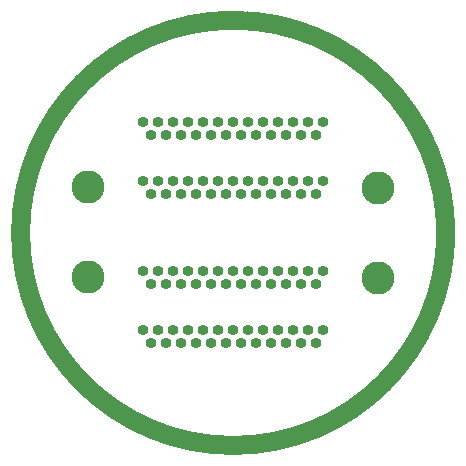
<source format=gts>
G04 #@! TF.GenerationSoftware,KiCad,Pcbnew,(6.0.6)*
G04 #@! TF.CreationDate,2023-01-18T13:06:51-07:00*
G04 #@! TF.ProjectId,Double_MicroD_25_Gateway,446f7562-6c65-45f4-9d69-63726f445f32,rev?*
G04 #@! TF.SameCoordinates,Original*
G04 #@! TF.FileFunction,Soldermask,Top*
G04 #@! TF.FilePolarity,Negative*
%FSLAX46Y46*%
G04 Gerber Fmt 4.6, Leading zero omitted, Abs format (unit mm)*
G04 Created by KiCad (PCBNEW (6.0.6)) date 2023-01-18 13:06:51*
%MOMM*%
%LPD*%
G01*
G04 APERTURE LIST*
%ADD10C,1.600000*%
%ADD11O,0.920000X0.920000*%
%ADD12C,2.800000*%
G04 APERTURE END LIST*
D10*
X18000000Y0D02*
G75*
G03*
X18000000Y0I-18000000J0D01*
G01*
D11*
X-7620000Y4350000D03*
X-6350000Y4350000D03*
X-5080000Y4350000D03*
X-3810000Y4350000D03*
X-2540000Y4350000D03*
X-1270000Y4350000D03*
X0Y4350000D03*
X1270000Y4350000D03*
X2540000Y4350000D03*
X3810000Y4350000D03*
X5080000Y4350000D03*
X6350000Y4350000D03*
X7620000Y4350000D03*
X-6985000Y3250000D03*
X-5715000Y3250000D03*
X-4445000Y3250000D03*
X-3175000Y3250000D03*
X-1905000Y3250000D03*
X-635000Y3250000D03*
X635000Y3250000D03*
X1905000Y3250000D03*
X3175000Y3250000D03*
X4445000Y3250000D03*
X5715000Y3250000D03*
X6985000Y3250000D03*
D12*
X-12275000Y3860000D03*
X12275000Y3800000D03*
X-12275000Y-3740000D03*
X12275000Y-3800000D03*
D11*
X6985000Y-4350000D03*
X5715000Y-4350000D03*
X4445000Y-4350000D03*
X3175000Y-4350000D03*
X1905000Y-4350000D03*
X635000Y-4350000D03*
X-635000Y-4350000D03*
X-1905000Y-4350000D03*
X-3175000Y-4350000D03*
X-4445000Y-4350000D03*
X-5715000Y-4350000D03*
X-6985000Y-4350000D03*
X7620000Y-3250000D03*
X6350000Y-3250000D03*
X5080000Y-3250000D03*
X3810000Y-3250000D03*
X2540000Y-3250000D03*
X1270000Y-3250000D03*
X0Y-3250000D03*
X-1270000Y-3250000D03*
X-2540000Y-3250000D03*
X-3810000Y-3250000D03*
X-5080000Y-3250000D03*
X-6350000Y-3250000D03*
X-7620000Y-3250000D03*
X7620000Y9350000D03*
X6350000Y9350000D03*
X5080000Y9350000D03*
X3810000Y9350000D03*
X2540000Y9350000D03*
X1270000Y9350000D03*
X0Y9350000D03*
X-1270000Y9350000D03*
X-2540000Y9350000D03*
X-3810000Y9350000D03*
X-5080000Y9350000D03*
X-6350000Y9350000D03*
X-7620000Y9350000D03*
X6985000Y8250000D03*
X5715000Y8250000D03*
X4445000Y8250000D03*
X3175000Y8250000D03*
X1905000Y8250000D03*
X635000Y8250000D03*
X-635000Y8250000D03*
X-1905000Y8250000D03*
X-3175000Y8250000D03*
X-4445000Y8250000D03*
X-5715000Y8250000D03*
X-6985000Y8250000D03*
X7620000Y-8250000D03*
X6350000Y-8250000D03*
X5080000Y-8250000D03*
X3810000Y-8250000D03*
X2540000Y-8250000D03*
X1270000Y-8250000D03*
X0Y-8250000D03*
X-1270000Y-8250000D03*
X-2540000Y-8250000D03*
X-3810000Y-8250000D03*
X-5080000Y-8250000D03*
X-6350000Y-8250000D03*
X-7620000Y-8250000D03*
X6985000Y-9350000D03*
X5715000Y-9350000D03*
X4445000Y-9350000D03*
X3175000Y-9350000D03*
X1905000Y-9350000D03*
X635000Y-9350000D03*
X-635000Y-9350000D03*
X-1905000Y-9350000D03*
X-3175000Y-9350000D03*
X-4445000Y-9350000D03*
X-5715000Y-9350000D03*
X-6985000Y-9350000D03*
M02*

</source>
